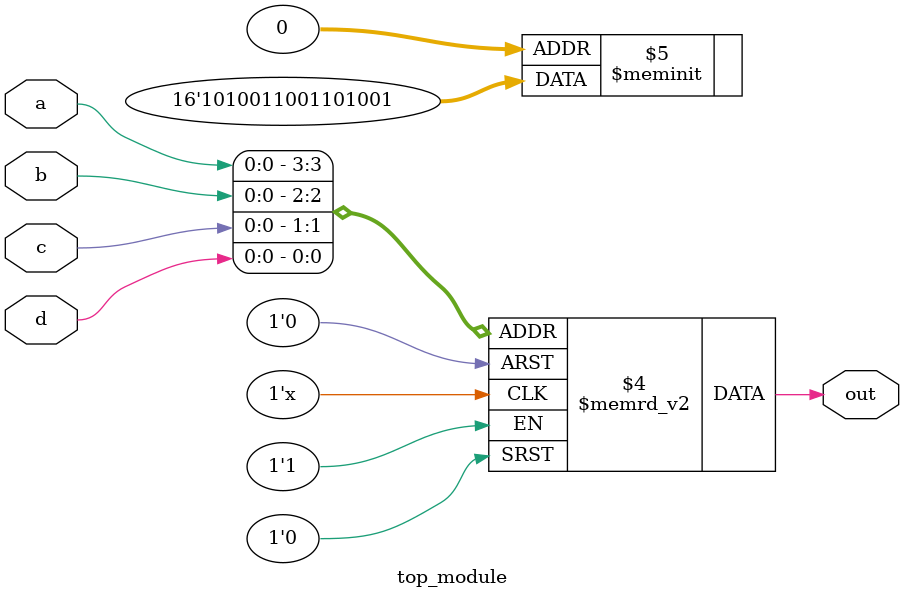
<source format=sv>
module top_module (
	input a, 
	input b,
	input c,
	input d,
	output reg out
);
	always @(*) begin
		case({a,b,c,d})
			4'b0000: out = 1'b1;
			4'b0001: out = 1'b0;
			4'b0010: out = 1'b0;
			4'b0011: out = 1'b1;
			4'b0100: out = 1'b0;
			4'b0101: out = 1'b1;
			4'b0110: out = 1'b1;
			4'b0111: out = 1'b0;
			4'b1000: out = 1'b0;
			4'b1001: out = 1'b1;
			4'b1010: out = 1'b1;
			4'b1011: out = 1'b0;
			4'b1100: out = 1'b0;
			4'b1101: out = 1'b1;
			4'b1110: out = 1'b0;
			4'b1111: out = 1'b1;
		endcase
	end
endmodule

</source>
